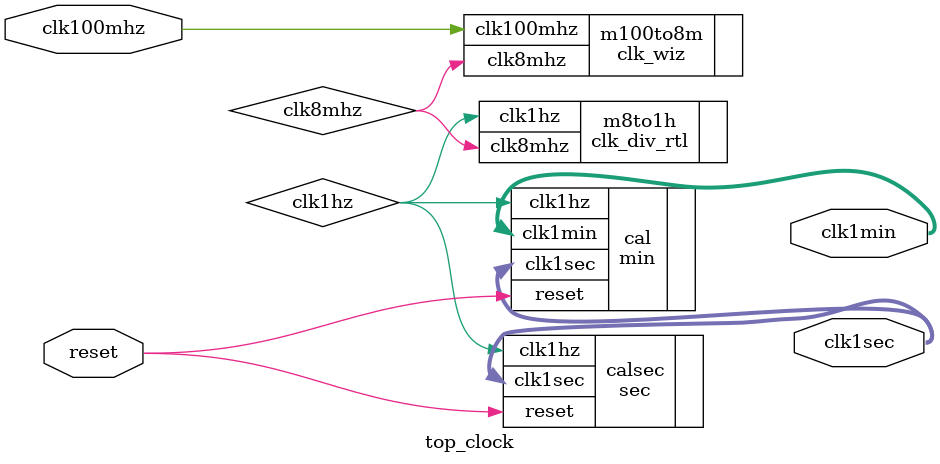
<source format=v>
`timescale 1ns / 1ps


module top_clock(
    input clk100mhz,
    input reset,
    output [5:0] clk1sec,
    output [5:0] clk1min
    );
    wire clk8mhz;
    clk_wiz m100to8m (.clk8mhz(clk8mhz),.clk100mhz(clk100mhz));
    wire clk1hz;
    clk_div_rtl m8to1h (.clk8mhz(clk8mhz),.clk1hz(clk1hz));
    
    sec calsec(.clk1hz(clk1hz),.reset(reset),.clk1sec(clk1sec));
    min cal(.clk1hz(clk1hz),.reset(reset),.clk1sec(clk1sec),.clk1min(clk1min));
endmodule

</source>
